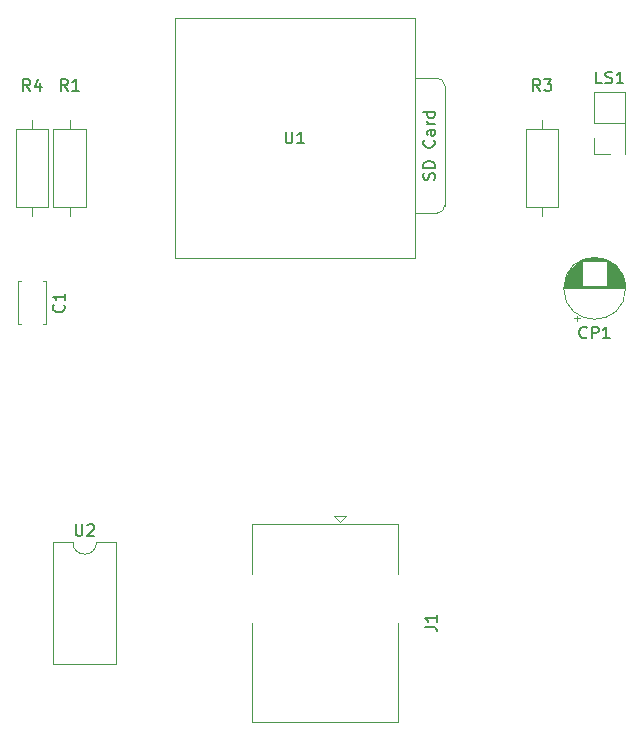
<source format=gbr>
G04 #@! TF.GenerationSoftware,KiCad,Pcbnew,5.1.5-52549c5~84~ubuntu19.04.1*
G04 #@! TF.CreationDate,2019-11-27T18:15:37+01:00*
G04 #@! TF.ProjectId,printplaat,7072696e-7470-46c6-9161-742e6b696361,rev?*
G04 #@! TF.SameCoordinates,Original*
G04 #@! TF.FileFunction,Legend,Top*
G04 #@! TF.FilePolarity,Positive*
%FSLAX46Y46*%
G04 Gerber Fmt 4.6, Leading zero omitted, Abs format (unit mm)*
G04 Created by KiCad (PCBNEW 5.1.5-52549c5~84~ubuntu19.04.1) date 2019-11-27 18:15:37*
%MOMM*%
%LPD*%
G04 APERTURE LIST*
%ADD10C,0.120000*%
%ADD11C,0.150000*%
G04 APERTURE END LIST*
D10*
X103870000Y-158690000D02*
G75*
G02X101870000Y-158690000I-1000000J0D01*
G01*
X101870000Y-158690000D02*
X100220000Y-158690000D01*
X100220000Y-158690000D02*
X100220000Y-168970000D01*
X100220000Y-168970000D02*
X105520000Y-168970000D01*
X105520000Y-168970000D02*
X105520000Y-158690000D01*
X105520000Y-158690000D02*
X103870000Y-158690000D01*
X101600000Y-131040000D02*
X101600000Y-130270000D01*
X101600000Y-122960000D02*
X101600000Y-123730000D01*
X102970000Y-130270000D02*
X102970000Y-123730000D01*
X100230000Y-130270000D02*
X102970000Y-130270000D01*
X100230000Y-123730000D02*
X100230000Y-130270000D01*
X102970000Y-123730000D02*
X100230000Y-123730000D01*
X148670000Y-137180000D02*
G75*
G03X148670000Y-137180000I-2620000J0D01*
G01*
X143470000Y-137180000D02*
X148630000Y-137180000D01*
X143470000Y-137140000D02*
X148630000Y-137140000D01*
X143471000Y-137100000D02*
X148629000Y-137100000D01*
X143472000Y-137060000D02*
X148628000Y-137060000D01*
X143474000Y-137020000D02*
X148626000Y-137020000D01*
X143477000Y-136980000D02*
X148623000Y-136980000D01*
X143481000Y-136940000D02*
X145010000Y-136940000D01*
X147090000Y-136940000D02*
X148619000Y-136940000D01*
X143485000Y-136900000D02*
X145010000Y-136900000D01*
X147090000Y-136900000D02*
X148615000Y-136900000D01*
X143489000Y-136860000D02*
X145010000Y-136860000D01*
X147090000Y-136860000D02*
X148611000Y-136860000D01*
X143494000Y-136820000D02*
X145010000Y-136820000D01*
X147090000Y-136820000D02*
X148606000Y-136820000D01*
X143500000Y-136780000D02*
X145010000Y-136780000D01*
X147090000Y-136780000D02*
X148600000Y-136780000D01*
X143507000Y-136740000D02*
X145010000Y-136740000D01*
X147090000Y-136740000D02*
X148593000Y-136740000D01*
X143514000Y-136700000D02*
X145010000Y-136700000D01*
X147090000Y-136700000D02*
X148586000Y-136700000D01*
X143522000Y-136660000D02*
X145010000Y-136660000D01*
X147090000Y-136660000D02*
X148578000Y-136660000D01*
X143530000Y-136620000D02*
X145010000Y-136620000D01*
X147090000Y-136620000D02*
X148570000Y-136620000D01*
X143539000Y-136580000D02*
X145010000Y-136580000D01*
X147090000Y-136580000D02*
X148561000Y-136580000D01*
X143549000Y-136540000D02*
X145010000Y-136540000D01*
X147090000Y-136540000D02*
X148551000Y-136540000D01*
X143559000Y-136500000D02*
X145010000Y-136500000D01*
X147090000Y-136500000D02*
X148541000Y-136500000D01*
X143570000Y-136459000D02*
X145010000Y-136459000D01*
X147090000Y-136459000D02*
X148530000Y-136459000D01*
X143582000Y-136419000D02*
X145010000Y-136419000D01*
X147090000Y-136419000D02*
X148518000Y-136419000D01*
X143595000Y-136379000D02*
X145010000Y-136379000D01*
X147090000Y-136379000D02*
X148505000Y-136379000D01*
X143608000Y-136339000D02*
X145010000Y-136339000D01*
X147090000Y-136339000D02*
X148492000Y-136339000D01*
X143622000Y-136299000D02*
X145010000Y-136299000D01*
X147090000Y-136299000D02*
X148478000Y-136299000D01*
X143636000Y-136259000D02*
X145010000Y-136259000D01*
X147090000Y-136259000D02*
X148464000Y-136259000D01*
X143652000Y-136219000D02*
X145010000Y-136219000D01*
X147090000Y-136219000D02*
X148448000Y-136219000D01*
X143668000Y-136179000D02*
X145010000Y-136179000D01*
X147090000Y-136179000D02*
X148432000Y-136179000D01*
X143685000Y-136139000D02*
X145010000Y-136139000D01*
X147090000Y-136139000D02*
X148415000Y-136139000D01*
X143702000Y-136099000D02*
X145010000Y-136099000D01*
X147090000Y-136099000D02*
X148398000Y-136099000D01*
X143721000Y-136059000D02*
X145010000Y-136059000D01*
X147090000Y-136059000D02*
X148379000Y-136059000D01*
X143740000Y-136019000D02*
X145010000Y-136019000D01*
X147090000Y-136019000D02*
X148360000Y-136019000D01*
X143760000Y-135979000D02*
X145010000Y-135979000D01*
X147090000Y-135979000D02*
X148340000Y-135979000D01*
X143782000Y-135939000D02*
X145010000Y-135939000D01*
X147090000Y-135939000D02*
X148318000Y-135939000D01*
X143803000Y-135899000D02*
X145010000Y-135899000D01*
X147090000Y-135899000D02*
X148297000Y-135899000D01*
X143826000Y-135859000D02*
X145010000Y-135859000D01*
X147090000Y-135859000D02*
X148274000Y-135859000D01*
X143850000Y-135819000D02*
X145010000Y-135819000D01*
X147090000Y-135819000D02*
X148250000Y-135819000D01*
X143875000Y-135779000D02*
X145010000Y-135779000D01*
X147090000Y-135779000D02*
X148225000Y-135779000D01*
X143901000Y-135739000D02*
X145010000Y-135739000D01*
X147090000Y-135739000D02*
X148199000Y-135739000D01*
X143928000Y-135699000D02*
X145010000Y-135699000D01*
X147090000Y-135699000D02*
X148172000Y-135699000D01*
X143955000Y-135659000D02*
X145010000Y-135659000D01*
X147090000Y-135659000D02*
X148145000Y-135659000D01*
X143985000Y-135619000D02*
X145010000Y-135619000D01*
X147090000Y-135619000D02*
X148115000Y-135619000D01*
X144015000Y-135579000D02*
X145010000Y-135579000D01*
X147090000Y-135579000D02*
X148085000Y-135579000D01*
X144046000Y-135539000D02*
X145010000Y-135539000D01*
X147090000Y-135539000D02*
X148054000Y-135539000D01*
X144079000Y-135499000D02*
X145010000Y-135499000D01*
X147090000Y-135499000D02*
X148021000Y-135499000D01*
X144113000Y-135459000D02*
X145010000Y-135459000D01*
X147090000Y-135459000D02*
X147987000Y-135459000D01*
X144149000Y-135419000D02*
X145010000Y-135419000D01*
X147090000Y-135419000D02*
X147951000Y-135419000D01*
X144186000Y-135379000D02*
X145010000Y-135379000D01*
X147090000Y-135379000D02*
X147914000Y-135379000D01*
X144224000Y-135339000D02*
X145010000Y-135339000D01*
X147090000Y-135339000D02*
X147876000Y-135339000D01*
X144265000Y-135299000D02*
X145010000Y-135299000D01*
X147090000Y-135299000D02*
X147835000Y-135299000D01*
X144307000Y-135259000D02*
X145010000Y-135259000D01*
X147090000Y-135259000D02*
X147793000Y-135259000D01*
X144351000Y-135219000D02*
X145010000Y-135219000D01*
X147090000Y-135219000D02*
X147749000Y-135219000D01*
X144397000Y-135179000D02*
X145010000Y-135179000D01*
X147090000Y-135179000D02*
X147703000Y-135179000D01*
X144445000Y-135139000D02*
X145010000Y-135139000D01*
X147090000Y-135139000D02*
X147655000Y-135139000D01*
X144496000Y-135099000D02*
X145010000Y-135099000D01*
X147090000Y-135099000D02*
X147604000Y-135099000D01*
X144550000Y-135059000D02*
X145010000Y-135059000D01*
X147090000Y-135059000D02*
X147550000Y-135059000D01*
X144607000Y-135019000D02*
X145010000Y-135019000D01*
X147090000Y-135019000D02*
X147493000Y-135019000D01*
X144667000Y-134979000D02*
X145010000Y-134979000D01*
X147090000Y-134979000D02*
X147433000Y-134979000D01*
X144731000Y-134939000D02*
X145010000Y-134939000D01*
X147090000Y-134939000D02*
X147369000Y-134939000D01*
X144799000Y-134899000D02*
X145010000Y-134899000D01*
X147090000Y-134899000D02*
X147301000Y-134899000D01*
X144872000Y-134859000D02*
X147228000Y-134859000D01*
X144952000Y-134819000D02*
X147148000Y-134819000D01*
X145039000Y-134779000D02*
X147061000Y-134779000D01*
X145135000Y-134739000D02*
X146965000Y-134739000D01*
X145245000Y-134699000D02*
X146855000Y-134699000D01*
X145373000Y-134659000D02*
X146727000Y-134659000D01*
X145532000Y-134619000D02*
X146568000Y-134619000D01*
X145766000Y-134579000D02*
X146334000Y-134579000D01*
X144575000Y-139984775D02*
X144575000Y-139484775D01*
X144325000Y-139734775D02*
X144825000Y-139734775D01*
X129370000Y-161410000D02*
X129370000Y-157150000D01*
X129370000Y-157150000D02*
X117050000Y-157150000D01*
X117050000Y-157150000D02*
X117050000Y-161410000D01*
X129370000Y-165510000D02*
X129370000Y-173870000D01*
X129370000Y-173870000D02*
X117050000Y-173870000D01*
X117050000Y-173870000D02*
X117050000Y-165510000D01*
X124460000Y-156930000D02*
X124960000Y-156430000D01*
X124960000Y-156430000D02*
X123960000Y-156430000D01*
X123960000Y-156430000D02*
X124460000Y-156930000D01*
X140235000Y-130270000D02*
X142975000Y-130270000D01*
X142975000Y-130270000D02*
X142975000Y-123730000D01*
X142975000Y-123730000D02*
X140235000Y-123730000D01*
X140235000Y-123730000D02*
X140235000Y-130270000D01*
X141605000Y-131040000D02*
X141605000Y-130270000D01*
X141605000Y-122960000D02*
X141605000Y-123730000D01*
X98425000Y-131040000D02*
X98425000Y-130270000D01*
X98425000Y-122960000D02*
X98425000Y-123730000D01*
X99795000Y-130270000D02*
X99795000Y-123730000D01*
X97055000Y-130270000D02*
X99795000Y-130270000D01*
X97055000Y-123730000D02*
X97055000Y-130270000D01*
X99795000Y-123730000D02*
X97055000Y-123730000D01*
X148650000Y-125790000D02*
X148650000Y-120590000D01*
X148590000Y-125790000D02*
X148650000Y-125790000D01*
X145990000Y-120590000D02*
X148650000Y-120590000D01*
X148590000Y-125790000D02*
X148590000Y-123190000D01*
X148590000Y-123190000D02*
X145990000Y-123190000D01*
X145990000Y-123190000D02*
X145990000Y-120590000D01*
X147320000Y-125790000D02*
X145990000Y-125790000D01*
X145990000Y-125790000D02*
X145990000Y-124460000D01*
X99595000Y-136590000D02*
X99595000Y-140230000D01*
X97255000Y-136590000D02*
X97255000Y-140230000D01*
X99595000Y-136590000D02*
X99350000Y-136590000D01*
X97500000Y-136590000D02*
X97255000Y-136590000D01*
X99595000Y-140230000D02*
X99350000Y-140230000D01*
X97500000Y-140230000D02*
X97255000Y-140230000D01*
X132715000Y-119380000D02*
X130810000Y-119380000D01*
X133350000Y-130175000D02*
X133350000Y-120015000D01*
X132715000Y-130810000D02*
X130810000Y-130810000D01*
X132715000Y-119380000D02*
G75*
G02X133350000Y-120015000I0J-635000D01*
G01*
X133350000Y-130175000D02*
G75*
G02X132715000Y-130810000I-635000J0D01*
G01*
X110490000Y-134620000D02*
X110490000Y-114300000D01*
X110490000Y-114300000D02*
X130810000Y-114300000D01*
X130810000Y-114300000D02*
X130810000Y-134620000D01*
X130810000Y-134620000D02*
X110490000Y-134620000D01*
D11*
X102108095Y-157142380D02*
X102108095Y-157951904D01*
X102155714Y-158047142D01*
X102203333Y-158094761D01*
X102298571Y-158142380D01*
X102489047Y-158142380D01*
X102584285Y-158094761D01*
X102631904Y-158047142D01*
X102679523Y-157951904D01*
X102679523Y-157142380D01*
X103108095Y-157237619D02*
X103155714Y-157190000D01*
X103250952Y-157142380D01*
X103489047Y-157142380D01*
X103584285Y-157190000D01*
X103631904Y-157237619D01*
X103679523Y-157332857D01*
X103679523Y-157428095D01*
X103631904Y-157570952D01*
X103060476Y-158142380D01*
X103679523Y-158142380D01*
X101433333Y-120467380D02*
X101100000Y-119991190D01*
X100861904Y-120467380D02*
X100861904Y-119467380D01*
X101242857Y-119467380D01*
X101338095Y-119515000D01*
X101385714Y-119562619D01*
X101433333Y-119657857D01*
X101433333Y-119800714D01*
X101385714Y-119895952D01*
X101338095Y-119943571D01*
X101242857Y-119991190D01*
X100861904Y-119991190D01*
X102385714Y-120467380D02*
X101814285Y-120467380D01*
X102100000Y-120467380D02*
X102100000Y-119467380D01*
X102004761Y-119610238D01*
X101909523Y-119705476D01*
X101814285Y-119753095D01*
X145383333Y-141327142D02*
X145335714Y-141374761D01*
X145192857Y-141422380D01*
X145097619Y-141422380D01*
X144954761Y-141374761D01*
X144859523Y-141279523D01*
X144811904Y-141184285D01*
X144764285Y-140993809D01*
X144764285Y-140850952D01*
X144811904Y-140660476D01*
X144859523Y-140565238D01*
X144954761Y-140470000D01*
X145097619Y-140422380D01*
X145192857Y-140422380D01*
X145335714Y-140470000D01*
X145383333Y-140517619D01*
X145811904Y-141422380D02*
X145811904Y-140422380D01*
X146192857Y-140422380D01*
X146288095Y-140470000D01*
X146335714Y-140517619D01*
X146383333Y-140612857D01*
X146383333Y-140755714D01*
X146335714Y-140850952D01*
X146288095Y-140898571D01*
X146192857Y-140946190D01*
X145811904Y-140946190D01*
X147335714Y-141422380D02*
X146764285Y-141422380D01*
X147050000Y-141422380D02*
X147050000Y-140422380D01*
X146954761Y-140565238D01*
X146859523Y-140660476D01*
X146764285Y-140708095D01*
X131682380Y-165843333D02*
X132396666Y-165843333D01*
X132539523Y-165890952D01*
X132634761Y-165986190D01*
X132682380Y-166129047D01*
X132682380Y-166224285D01*
X132682380Y-164843333D02*
X132682380Y-165414761D01*
X132682380Y-165129047D02*
X131682380Y-165129047D01*
X131825238Y-165224285D01*
X131920476Y-165319523D01*
X131968095Y-165414761D01*
X141438333Y-120467380D02*
X141105000Y-119991190D01*
X140866904Y-120467380D02*
X140866904Y-119467380D01*
X141247857Y-119467380D01*
X141343095Y-119515000D01*
X141390714Y-119562619D01*
X141438333Y-119657857D01*
X141438333Y-119800714D01*
X141390714Y-119895952D01*
X141343095Y-119943571D01*
X141247857Y-119991190D01*
X140866904Y-119991190D01*
X141771666Y-119467380D02*
X142390714Y-119467380D01*
X142057380Y-119848333D01*
X142200238Y-119848333D01*
X142295476Y-119895952D01*
X142343095Y-119943571D01*
X142390714Y-120038809D01*
X142390714Y-120276904D01*
X142343095Y-120372142D01*
X142295476Y-120419761D01*
X142200238Y-120467380D01*
X141914523Y-120467380D01*
X141819285Y-120419761D01*
X141771666Y-120372142D01*
X98258333Y-120467380D02*
X97925000Y-119991190D01*
X97686904Y-120467380D02*
X97686904Y-119467380D01*
X98067857Y-119467380D01*
X98163095Y-119515000D01*
X98210714Y-119562619D01*
X98258333Y-119657857D01*
X98258333Y-119800714D01*
X98210714Y-119895952D01*
X98163095Y-119943571D01*
X98067857Y-119991190D01*
X97686904Y-119991190D01*
X99115476Y-119800714D02*
X99115476Y-120467380D01*
X98877380Y-119419761D02*
X98639285Y-120134047D01*
X99258333Y-120134047D01*
X146677142Y-119832380D02*
X146200952Y-119832380D01*
X146200952Y-118832380D01*
X146962857Y-119784761D02*
X147105714Y-119832380D01*
X147343809Y-119832380D01*
X147439047Y-119784761D01*
X147486666Y-119737142D01*
X147534285Y-119641904D01*
X147534285Y-119546666D01*
X147486666Y-119451428D01*
X147439047Y-119403809D01*
X147343809Y-119356190D01*
X147153333Y-119308571D01*
X147058095Y-119260952D01*
X147010476Y-119213333D01*
X146962857Y-119118095D01*
X146962857Y-119022857D01*
X147010476Y-118927619D01*
X147058095Y-118880000D01*
X147153333Y-118832380D01*
X147391428Y-118832380D01*
X147534285Y-118880000D01*
X148486666Y-119832380D02*
X147915238Y-119832380D01*
X148200952Y-119832380D02*
X148200952Y-118832380D01*
X148105714Y-118975238D01*
X148010476Y-119070476D01*
X147915238Y-119118095D01*
X101082142Y-138576666D02*
X101129761Y-138624285D01*
X101177380Y-138767142D01*
X101177380Y-138862380D01*
X101129761Y-139005238D01*
X101034523Y-139100476D01*
X100939285Y-139148095D01*
X100748809Y-139195714D01*
X100605952Y-139195714D01*
X100415476Y-139148095D01*
X100320238Y-139100476D01*
X100225000Y-139005238D01*
X100177380Y-138862380D01*
X100177380Y-138767142D01*
X100225000Y-138624285D01*
X100272619Y-138576666D01*
X101177380Y-137624285D02*
X101177380Y-138195714D01*
X101177380Y-137910000D02*
X100177380Y-137910000D01*
X100320238Y-138005238D01*
X100415476Y-138100476D01*
X100463095Y-138195714D01*
X119888095Y-123912380D02*
X119888095Y-124721904D01*
X119935714Y-124817142D01*
X119983333Y-124864761D01*
X120078571Y-124912380D01*
X120269047Y-124912380D01*
X120364285Y-124864761D01*
X120411904Y-124817142D01*
X120459523Y-124721904D01*
X120459523Y-123912380D01*
X121459523Y-124912380D02*
X120888095Y-124912380D01*
X121173809Y-124912380D02*
X121173809Y-123912380D01*
X121078571Y-124055238D01*
X120983333Y-124150476D01*
X120888095Y-124198095D01*
X132484761Y-127975952D02*
X132532380Y-127833095D01*
X132532380Y-127595000D01*
X132484761Y-127499761D01*
X132437142Y-127452142D01*
X132341904Y-127404523D01*
X132246666Y-127404523D01*
X132151428Y-127452142D01*
X132103809Y-127499761D01*
X132056190Y-127595000D01*
X132008571Y-127785476D01*
X131960952Y-127880714D01*
X131913333Y-127928333D01*
X131818095Y-127975952D01*
X131722857Y-127975952D01*
X131627619Y-127928333D01*
X131580000Y-127880714D01*
X131532380Y-127785476D01*
X131532380Y-127547380D01*
X131580000Y-127404523D01*
X132532380Y-126975952D02*
X131532380Y-126975952D01*
X131532380Y-126737857D01*
X131580000Y-126595000D01*
X131675238Y-126499761D01*
X131770476Y-126452142D01*
X131960952Y-126404523D01*
X132103809Y-126404523D01*
X132294285Y-126452142D01*
X132389523Y-126499761D01*
X132484761Y-126595000D01*
X132532380Y-126737857D01*
X132532380Y-126975952D01*
X132437142Y-124642619D02*
X132484761Y-124690238D01*
X132532380Y-124833095D01*
X132532380Y-124928333D01*
X132484761Y-125071190D01*
X132389523Y-125166428D01*
X132294285Y-125214047D01*
X132103809Y-125261666D01*
X131960952Y-125261666D01*
X131770476Y-125214047D01*
X131675238Y-125166428D01*
X131580000Y-125071190D01*
X131532380Y-124928333D01*
X131532380Y-124833095D01*
X131580000Y-124690238D01*
X131627619Y-124642619D01*
X132532380Y-123785476D02*
X132008571Y-123785476D01*
X131913333Y-123833095D01*
X131865714Y-123928333D01*
X131865714Y-124118809D01*
X131913333Y-124214047D01*
X132484761Y-123785476D02*
X132532380Y-123880714D01*
X132532380Y-124118809D01*
X132484761Y-124214047D01*
X132389523Y-124261666D01*
X132294285Y-124261666D01*
X132199047Y-124214047D01*
X132151428Y-124118809D01*
X132151428Y-123880714D01*
X132103809Y-123785476D01*
X132532380Y-123309285D02*
X131865714Y-123309285D01*
X132056190Y-123309285D02*
X131960952Y-123261666D01*
X131913333Y-123214047D01*
X131865714Y-123118809D01*
X131865714Y-123023571D01*
X132532380Y-122261666D02*
X131532380Y-122261666D01*
X132484761Y-122261666D02*
X132532380Y-122356904D01*
X132532380Y-122547380D01*
X132484761Y-122642619D01*
X132437142Y-122690238D01*
X132341904Y-122737857D01*
X132056190Y-122737857D01*
X131960952Y-122690238D01*
X131913333Y-122642619D01*
X131865714Y-122547380D01*
X131865714Y-122356904D01*
X131913333Y-122261666D01*
M02*

</source>
